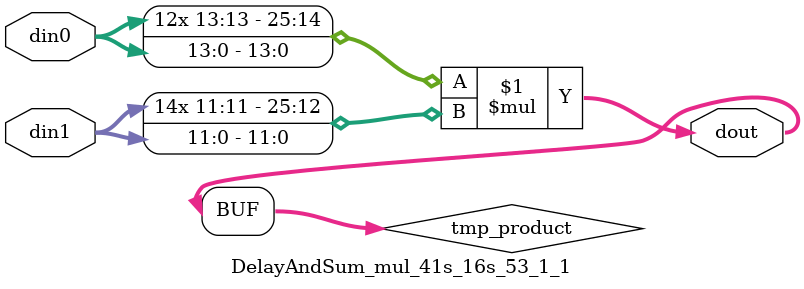
<source format=v>

`timescale 1 ns / 1 ps

 module DelayAndSum_mul_41s_16s_53_1_1(din0, din1, dout);
parameter ID = 1;
parameter NUM_STAGE = 0;
parameter din0_WIDTH = 14;
parameter din1_WIDTH = 12;
parameter dout_WIDTH = 26;

input [din0_WIDTH - 1 : 0] din0; 
input [din1_WIDTH - 1 : 0] din1; 
output [dout_WIDTH - 1 : 0] dout;

wire signed [dout_WIDTH - 1 : 0] tmp_product;



























assign tmp_product = $signed(din0) * $signed(din1);








assign dout = tmp_product;





















endmodule

</source>
